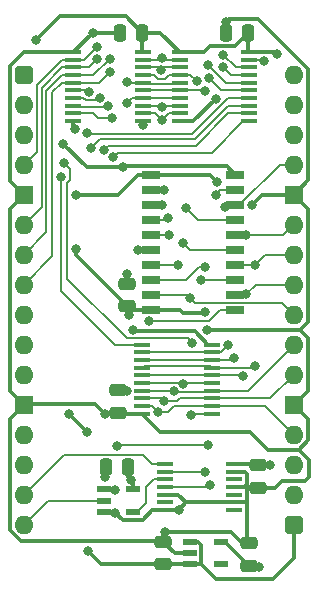
<source format=gtl>
%TF.GenerationSoftware,KiCad,Pcbnew,8.0.4*%
%TF.CreationDate,2024-09-05T19:23:29+02:00*%
%TF.ProjectId,Graphics Transparency,47726170-6869-4637-9320-5472616e7370,V1*%
%TF.SameCoordinates,PX525bfc0PY43d3480*%
%TF.FileFunction,Copper,L1,Top*%
%TF.FilePolarity,Positive*%
%FSLAX46Y46*%
G04 Gerber Fmt 4.6, Leading zero omitted, Abs format (unit mm)*
G04 Created by KiCad (PCBNEW 8.0.4) date 2024-09-05 19:23:29*
%MOMM*%
%LPD*%
G01*
G04 APERTURE LIST*
G04 Aperture macros list*
%AMRoundRect*
0 Rectangle with rounded corners*
0 $1 Rounding radius*
0 $2 $3 $4 $5 $6 $7 $8 $9 X,Y pos of 4 corners*
0 Add a 4 corners polygon primitive as box body*
4,1,4,$2,$3,$4,$5,$6,$7,$8,$9,$2,$3,0*
0 Add four circle primitives for the rounded corners*
1,1,$1+$1,$2,$3*
1,1,$1+$1,$4,$5*
1,1,$1+$1,$6,$7*
1,1,$1+$1,$8,$9*
0 Add four rect primitives between the rounded corners*
20,1,$1+$1,$2,$3,$4,$5,0*
20,1,$1+$1,$4,$5,$6,$7,0*
20,1,$1+$1,$6,$7,$8,$9,0*
20,1,$1+$1,$8,$9,$2,$3,0*%
G04 Aperture macros list end*
%TA.AperFunction,SMDPad,CuDef*%
%ADD10R,1.150000X0.600000*%
%TD*%
%TA.AperFunction,SMDPad,CuDef*%
%ADD11R,1.250000X0.600000*%
%TD*%
%TA.AperFunction,SMDPad,CuDef*%
%ADD12R,1.550000X0.650000*%
%TD*%
%TA.AperFunction,SMDPad,CuDef*%
%ADD13R,1.475000X0.450000*%
%TD*%
%TA.AperFunction,SMDPad,CuDef*%
%ADD14RoundRect,0.250000X0.475000X-0.250000X0.475000X0.250000X-0.475000X0.250000X-0.475000X-0.250000X0*%
%TD*%
%TA.AperFunction,SMDPad,CuDef*%
%ADD15RoundRect,0.250000X-0.250000X-0.475000X0.250000X-0.475000X0.250000X0.475000X-0.250000X0.475000X0*%
%TD*%
%TA.AperFunction,ComponentPad*%
%ADD16O,1.600000X1.600000*%
%TD*%
%TA.AperFunction,ComponentPad*%
%ADD17R,1.600000X1.600000*%
%TD*%
%TA.AperFunction,ComponentPad*%
%ADD18RoundRect,0.400000X-0.400000X-0.400000X0.400000X-0.400000X0.400000X0.400000X-0.400000X0.400000X0*%
%TD*%
%TA.AperFunction,ViaPad*%
%ADD19C,0.800000*%
%TD*%
%TA.AperFunction,Conductor*%
%ADD20C,0.200000*%
%TD*%
%TA.AperFunction,Conductor*%
%ADD21C,0.380000*%
%TD*%
G04 APERTURE END LIST*
D10*
%TO.P,IC36,5,3.3VOut*%
%TO.N,/3.3V*%
X16667000Y-39563000D03*
%TO.P,IC36,4,ADJ*%
%TO.N,unconnected-(IC36-ADJ-Pad4)*%
X16667000Y-41463000D03*
%TO.P,IC36,3,EN*%
%TO.N,5V*%
X14067000Y-41463000D03*
%TO.P,IC36,2,GND*%
%TO.N,GND*%
X14067000Y-40513000D03*
%TO.P,IC36,1,6VIn*%
%TO.N,5V*%
X14067000Y-39563000D03*
%TD*%
D11*
%TO.P,IC6,5,3V*%
%TO.N,/3.3V*%
X9251000Y-35118000D03*
%TO.P,IC6,4,Y*%
%TO.N,/~{Transparent}*%
X9251000Y-37018000D03*
%TO.P,IC6,3,GND*%
%TO.N,GND*%
X6751000Y-37018000D03*
%TO.P,IC6,2,A*%
%TO.N,Transparency Enable*%
X6751000Y-36068000D03*
%TO.P,IC6,1,B*%
%TO.N,Net-(IC5-~{P=Q})*%
X6751000Y-35118000D03*
%TD*%
D12*
%TO.P,IC5,1,~{OE}*%
%TO.N,GND*%
X10789000Y-8509000D03*
%TO.P,IC5,2,P0*%
%TO.N,/T0*%
X10789000Y-9779000D03*
%TO.P,IC5,3,Q0*%
%TO.N,MD0*%
X10789000Y-11049000D03*
%TO.P,IC5,4,P1*%
%TO.N,/T1*%
X10789000Y-12319000D03*
%TO.P,IC5,5,Q1*%
%TO.N,MD1*%
X10789000Y-13589000D03*
%TO.P,IC5,6,P2*%
%TO.N,/T2*%
X10789000Y-14859000D03*
%TO.P,IC5,7,Q2*%
%TO.N,MD2*%
X10789000Y-16129000D03*
%TO.P,IC5,8,P3*%
%TO.N,/T3*%
X10789000Y-17399000D03*
%TO.P,IC5,9,Q3*%
%TO.N,MD3*%
X10789000Y-18669000D03*
%TO.P,IC5,10,GND*%
%TO.N,GND*%
X10789000Y-19939000D03*
%TO.P,IC5,11,P4*%
%TO.N,/T4*%
X17913000Y-19939000D03*
%TO.P,IC5,12,Q4*%
%TO.N,MD4*%
X17913000Y-18669000D03*
%TO.P,IC5,13,P5*%
%TO.N,/T5*%
X17913000Y-17399000D03*
%TO.P,IC5,14,Q5*%
%TO.N,MD5*%
X17913000Y-16129000D03*
%TO.P,IC5,15,P6*%
%TO.N,/T6*%
X17913000Y-14859000D03*
%TO.P,IC5,16,Q6*%
%TO.N,MD6*%
X17913000Y-13589000D03*
%TO.P,IC5,17,P7*%
%TO.N,/T7*%
X17913000Y-12319000D03*
%TO.P,IC5,18,Q7*%
%TO.N,MD7*%
X17913000Y-11049000D03*
%TO.P,IC5,19,~{P=Q}*%
%TO.N,Net-(IC5-~{P=Q})*%
X17913000Y-9779000D03*
%TO.P,IC5,20,5V*%
%TO.N,5V*%
X17913000Y-8509000D03*
%TD*%
D13*
%TO.P,IC4,20,3V*%
%TO.N,/3.3V*%
X15909000Y-22856000D03*
%TO.P,IC4,19,Q0*%
%TO.N,MD7*%
X15909000Y-23506000D03*
%TO.P,IC4,18,Q1*%
%TO.N,MD6*%
X15909000Y-24156000D03*
%TO.P,IC4,17,Q2*%
%TO.N,MD5*%
X15909000Y-24806000D03*
%TO.P,IC4,16,Q3*%
%TO.N,MD4*%
X15909000Y-25456000D03*
%TO.P,IC4,15,Q4*%
%TO.N,MD3*%
X15909000Y-26106000D03*
%TO.P,IC4,14,Q5*%
%TO.N,MD2*%
X15909000Y-26756000D03*
%TO.P,IC4,13,Q6*%
%TO.N,MD1*%
X15909000Y-27406000D03*
%TO.P,IC4,12,Q7*%
%TO.N,MD0*%
X15909000Y-28056000D03*
%TO.P,IC4,11,LE*%
%TO.N,~{Main Read}*%
X15909000Y-28706000D03*
%TO.P,IC4,10,GND*%
%TO.N,GND*%
X10033000Y-28706000D03*
%TO.P,IC4,9,D7*%
%TO.N,MD0*%
X10033000Y-28056000D03*
%TO.P,IC4,8,D6*%
%TO.N,MD1*%
X10033000Y-27406000D03*
%TO.P,IC4,7,D5*%
%TO.N,MD2*%
X10033000Y-26756000D03*
%TO.P,IC4,6,D4*%
%TO.N,MD3*%
X10033000Y-26106000D03*
%TO.P,IC4,5,D3*%
%TO.N,MD4*%
X10033000Y-25456000D03*
%TO.P,IC4,4,D2*%
%TO.N,MD5*%
X10033000Y-24806000D03*
%TO.P,IC4,3,D1*%
%TO.N,MD6*%
X10033000Y-24156000D03*
%TO.P,IC4,2,D0*%
%TO.N,MD7*%
X10033000Y-23506000D03*
%TO.P,IC4,1,~{OE}*%
%TO.N,~{Write}*%
X10033000Y-22856000D03*
%TD*%
%TO.P,IC3,1,DIR*%
%TO.N,/3.3V*%
X13191000Y1909000D03*
%TO.P,IC3,2,A0*%
%TO.N,/T7*%
X13191000Y1259000D03*
%TO.P,IC3,3,A1*%
%TO.N,/T6*%
X13191000Y609000D03*
%TO.P,IC3,4,A2*%
%TO.N,/T5*%
X13191000Y-41000D03*
%TO.P,IC3,5,A3*%
%TO.N,/T4*%
X13191000Y-691000D03*
%TO.P,IC3,6,A4*%
%TO.N,/T3*%
X13191000Y-1341000D03*
%TO.P,IC3,7,A5*%
%TO.N,/T2*%
X13191000Y-1991000D03*
%TO.P,IC3,8,A6*%
%TO.N,/T1*%
X13191000Y-2641000D03*
%TO.P,IC3,9,A7*%
%TO.N,/T0*%
X13191000Y-3291000D03*
%TO.P,IC3,10,GND*%
%TO.N,GND*%
X13191000Y-3941000D03*
%TO.P,IC3,11,B7*%
%TO.N,D0*%
X19067000Y-3941000D03*
%TO.P,IC3,12,B6*%
%TO.N,D1*%
X19067000Y-3291000D03*
%TO.P,IC3,13,B5*%
%TO.N,D2*%
X19067000Y-2641000D03*
%TO.P,IC3,14,B4*%
%TO.N,D3*%
X19067000Y-1991000D03*
%TO.P,IC3,15,B3*%
%TO.N,D4*%
X19067000Y-1341000D03*
%TO.P,IC3,16,B2*%
%TO.N,D5*%
X19067000Y-691000D03*
%TO.P,IC3,17,B1*%
%TO.N,D6*%
X19067000Y-41000D03*
%TO.P,IC3,18,B0*%
%TO.N,D7*%
X19067000Y609000D03*
%TO.P,IC3,19,~{OE}*%
%TO.N,/~{Read Transparent Colour}*%
X19067000Y1259000D03*
%TO.P,IC3,20,3V*%
%TO.N,/3.3V*%
X19067000Y1909000D03*
%TD*%
%TO.P,IC2,1,1A*%
%TO.N,Read Transparent Colour*%
X11921000Y-32975000D03*
%TO.P,IC2,2,1Y*%
%TO.N,/~{Read Transparent Colour}*%
X11921000Y-33625000D03*
%TO.P,IC2,3,2A*%
%TO.N,/~{Transparent}*%
X11921000Y-34275000D03*
%TO.P,IC2,4,2Y*%
%TO.N,Transparent*%
X11921000Y-34925000D03*
%TO.P,IC2,5,3A*%
%TO.N,GND*%
X11921000Y-35575000D03*
%TO.P,IC2,6,3Y*%
%TO.N,unconnected-(IC2-3Y-Pad6)*%
X11921000Y-36225000D03*
%TO.P,IC2,7,GND*%
%TO.N,GND*%
X11921000Y-36875000D03*
%TO.P,IC2,8,4Y*%
%TO.N,unconnected-(IC2-4Y-Pad8)*%
X17797000Y-36875000D03*
%TO.P,IC2,9,4A*%
%TO.N,GND*%
X17797000Y-36225000D03*
%TO.P,IC2,10,5Y*%
%TO.N,unconnected-(IC2-5Y-Pad10)*%
X17797000Y-35575000D03*
%TO.P,IC2,11,5A*%
%TO.N,GND*%
X17797000Y-34925000D03*
%TO.P,IC2,12,6Y*%
%TO.N,unconnected-(IC2-6Y-Pad12)*%
X17797000Y-34275000D03*
%TO.P,IC2,13,6A*%
%TO.N,GND*%
X17797000Y-33625000D03*
%TO.P,IC2,14,3V*%
%TO.N,/3.3V*%
X17797000Y-32975000D03*
%TD*%
%TO.P,IC1,20,3V*%
%TO.N,/3.3V*%
X10050000Y1909000D03*
%TO.P,IC1,19,Q0*%
%TO.N,/T7*%
X10050000Y1259000D03*
%TO.P,IC1,18,Q1*%
%TO.N,/T6*%
X10050000Y609000D03*
%TO.P,IC1,17,Q2*%
%TO.N,/T5*%
X10050000Y-41000D03*
%TO.P,IC1,16,Q3*%
%TO.N,/T4*%
X10050000Y-691000D03*
%TO.P,IC1,15,Q4*%
%TO.N,/T3*%
X10050000Y-1341000D03*
%TO.P,IC1,14,Q5*%
%TO.N,/T2*%
X10050000Y-1991000D03*
%TO.P,IC1,13,Q6*%
%TO.N,/T1*%
X10050000Y-2641000D03*
%TO.P,IC1,12,Q7*%
%TO.N,/T0*%
X10050000Y-3291000D03*
%TO.P,IC1,11,LE*%
%TO.N,Write Transparent Colour*%
X10050000Y-3941000D03*
%TO.P,IC1,10,GND*%
%TO.N,GND*%
X4174000Y-3941000D03*
%TO.P,IC1,9,D7*%
%TO.N,D0*%
X4174000Y-3291000D03*
%TO.P,IC1,8,D6*%
%TO.N,D1*%
X4174000Y-2641000D03*
%TO.P,IC1,7,D5*%
%TO.N,D2*%
X4174000Y-1991000D03*
%TO.P,IC1,6,D4*%
%TO.N,D3*%
X4174000Y-1341000D03*
%TO.P,IC1,5,D3*%
%TO.N,D4*%
X4174000Y-691000D03*
%TO.P,IC1,4,D2*%
%TO.N,D5*%
X4174000Y-41000D03*
%TO.P,IC1,3,D1*%
%TO.N,D6*%
X4174000Y609000D03*
%TO.P,IC1,2,D0*%
%TO.N,D7*%
X4174000Y1259000D03*
%TO.P,IC1,1,~{OE}*%
%TO.N,GND*%
X4174000Y1909000D03*
%TD*%
D14*
%TO.P,C42,2*%
%TO.N,GND*%
X19050000Y-39674000D03*
%TO.P,C42,1*%
%TO.N,/3.3V*%
X19050000Y-41574000D03*
%TD*%
%TO.P,C41,2*%
%TO.N,GND*%
X11811000Y-39547000D03*
%TO.P,C41,1*%
%TO.N,5V*%
X11811000Y-41447000D03*
%TD*%
D15*
%TO.P,C11,1*%
%TO.N,GND*%
X6940000Y-33213000D03*
%TO.P,C11,2*%
%TO.N,/3.3V*%
X8840000Y-33213000D03*
%TD*%
D14*
%TO.P,C10,1*%
%TO.N,GND*%
X19812000Y-34970000D03*
%TO.P,C10,2*%
%TO.N,/3.3V*%
X19812000Y-33070000D03*
%TD*%
%TO.P,C9,1*%
%TO.N,GND*%
X8001000Y-28620000D03*
%TO.P,C9,2*%
%TO.N,/3.3V*%
X8001000Y-26720000D03*
%TD*%
D15*
%TO.P,C8,1*%
%TO.N,GND*%
X17100000Y3556000D03*
%TO.P,C8,2*%
%TO.N,/3.3V*%
X19000000Y3556000D03*
%TD*%
D14*
%TO.P,C6,1*%
%TO.N,GND*%
X8763000Y-19603000D03*
%TO.P,C6,2*%
%TO.N,5V*%
X8763000Y-17703000D03*
%TD*%
D15*
%TO.P,C1,1*%
%TO.N,GND*%
X8100000Y3556000D03*
%TO.P,C1,2*%
%TO.N,/3.3V*%
X10000000Y3556000D03*
%TD*%
D16*
%TO.P,J7,32,Pin_32*%
%TO.N,unconnected-(J7-Pin_32-Pad32)*%
X22860000Y0D03*
%TO.P,J7,31,Pin_31*%
%TO.N,Transparent*%
X22860000Y-2540000D03*
%TO.P,J7,30,Pin_30*%
%TO.N,unconnected-(J7-Pin_30-Pad30)*%
X22860000Y-5080000D03*
%TO.P,J7,29,Pin_29*%
%TO.N,MD7*%
X22860000Y-7620000D03*
D17*
%TO.P,J7,28,Pin_28*%
%TO.N,GND*%
X22860000Y-10160000D03*
D16*
%TO.P,J7,27,Pin_27*%
%TO.N,MD6*%
X22860000Y-12700000D03*
%TO.P,J7,26,Pin_26*%
%TO.N,MD5*%
X22860000Y-15240000D03*
%TO.P,J7,25,Pin_25*%
%TO.N,MD4*%
X22860000Y-17780000D03*
%TO.P,J7,24,Pin_24*%
%TO.N,MD3*%
X22860000Y-20320000D03*
%TO.P,J7,23,Pin_23*%
%TO.N,MD2*%
X22860000Y-22860000D03*
%TO.P,J7,22,Pin_22*%
%TO.N,MD1*%
X22860000Y-25400000D03*
D17*
%TO.P,J7,21,Pin_21*%
%TO.N,GND*%
X22860000Y-27940000D03*
D16*
%TO.P,J7,20,Pin_20*%
%TO.N,MD0*%
X22860000Y-30480000D03*
%TO.P,J7,19,Pin_19*%
%TO.N,unconnected-(J7-Pin_19-Pad19)*%
X22860000Y-33020000D03*
%TO.P,J7,18,Pin_18*%
%TO.N,unconnected-(J7-Pin_18-Pad18)*%
X22860000Y-35560000D03*
D18*
%TO.P,J7,17,Pin_17*%
%TO.N,5V*%
X22860000Y-38100000D03*
D16*
%TO.P,J7,16,Pin_16*%
%TO.N,Transparency Enable*%
X0Y-38100000D03*
%TO.P,J7,15,Pin_15*%
%TO.N,Read Transparent Colour*%
X0Y-35560000D03*
%TO.P,J7,14,Pin_14*%
%TO.N,Write Transparent Colour*%
X0Y-33020000D03*
%TO.P,J7,13,Pin_13*%
%TO.N,D0*%
X0Y-30480000D03*
D17*
%TO.P,J7,12,Pin_12*%
%TO.N,GND*%
X0Y-27940000D03*
D16*
%TO.P,J7,11,Pin_11*%
%TO.N,D1*%
X0Y-25400000D03*
%TO.P,J7,10,Pin_10*%
%TO.N,D2*%
X0Y-22860000D03*
%TO.P,J7,9,Pin_9*%
%TO.N,D3*%
X0Y-20320000D03*
%TO.P,J7,8,Pin_8*%
%TO.N,D4*%
X0Y-17780000D03*
%TO.P,J7,7,Pin_7*%
%TO.N,D5*%
X0Y-15240000D03*
%TO.P,J7,6,Pin_6*%
%TO.N,D6*%
X0Y-12700000D03*
D17*
%TO.P,J7,5,Pin_5*%
%TO.N,GND*%
X0Y-10160000D03*
D16*
%TO.P,J7,4,Pin_4*%
%TO.N,D7*%
X0Y-7620000D03*
%TO.P,J7,3,Pin_3*%
%TO.N,~{Write}*%
X0Y-5080000D03*
%TO.P,J7,2,Pin_2*%
%TO.N,~{Main Read}*%
X0Y-2540000D03*
D18*
%TO.P,J7,1,Pin_1*%
%TO.N,5V*%
X0Y0D03*
%TD*%
D19*
%TO.N,/3.3V*%
X986554Y2921000D03*
X21463000Y1778000D03*
%TO.N,GND*%
X15494000Y-21590000D03*
X15367000Y-20066000D03*
%TO.N,MD6*%
X18796000Y-13589000D03*
X17780000Y-24003000D03*
%TO.N,MD5*%
X19557994Y-16129000D03*
X19558000Y-24638000D03*
%TO.N,MD4*%
X18808000Y-18604000D03*
X18542000Y-25527000D03*
%TO.N,/3.3V*%
X9271000Y-21590000D03*
%TO.N,MD3*%
X13474000Y-26162000D03*
X14097000Y-18923000D03*
%TO.N,MD2*%
X13081000Y-16129000D03*
X12676854Y-26820146D03*
%TO.N,MD1*%
X11891893Y-27655577D03*
X12319000Y-13589000D03*
%TO.N,MD0*%
X11684000Y-11049000D03*
X11395633Y-28580905D03*
%TO.N,/T2*%
X9652000Y-14859000D03*
%TO.N,/3.3V*%
X8695498Y-26797000D03*
%TO.N,5V*%
X5389099Y-40337000D03*
X5334000Y-30226000D03*
X3810000Y-28702000D03*
%TO.N,/3.3V*%
X9080500Y-34353500D03*
%TO.N,GND*%
X17145006Y4445000D03*
X16256000Y-2032000D03*
%TO.N,~{Write}*%
X3175000Y-8636000D03*
%TO.N,~{Main Read}*%
X14270170Y-22697110D03*
X14172024Y-28806000D03*
%TO.N,GND*%
X8890000Y-20320000D03*
%TO.N,~{Main Read}*%
X3429000Y-7493000D03*
%TO.N,5V*%
X3301999Y-5842001D03*
%TO.N,Write Transparent Colour*%
X10050000Y-4300996D03*
%TO.N,GND*%
X11938000Y-38735000D03*
X13114273Y-36840222D03*
%TO.N,/3.3V*%
X20828000Y-33020000D03*
X19939000Y-41656000D03*
%TO.N,/~{Read Transparent Colour}*%
X15367000Y-33655000D03*
X20320000Y1143000D03*
%TO.N,Transparent*%
X15748002Y-34735000D03*
%TO.N,GND*%
X4433000Y-10160000D03*
X6858016Y-28701984D03*
X7747000Y-37084000D03*
X6858000Y-34036000D03*
%TO.N,Net-(IC5-~{P=Q})*%
X7855498Y-31438000D03*
X15621000Y-31369000D03*
X7747000Y-35179000D03*
X16256000Y-10160000D03*
%TO.N,GND*%
X19316000Y-11007831D03*
X16386237Y-9118106D03*
%TO.N,5V*%
X8763000Y-16891000D03*
X8382000Y-7856588D03*
%TO.N,GND*%
X4433000Y-14732000D03*
%TO.N,/T2*%
X8712513Y-2411750D03*
%TO.N,/T4*%
X10555835Y-20864002D03*
X8763000Y-635000D03*
%TO.N,/T3*%
X15367000Y-16256000D03*
X15367000Y-1397000D03*
%TO.N,/T5*%
X14986000Y-17399000D03*
X14636347Y-585528D03*
%TO.N,D3*%
X5334000Y-4953000D03*
%TO.N,D2*%
X5703000Y-6236527D03*
%TO.N,D1*%
X6742116Y-6387334D03*
%TO.N,D0*%
X7582679Y-7016588D03*
%TO.N,GND*%
X5820998Y3555998D03*
X4318002Y-4572002D03*
%TO.N,D0*%
X7493000Y-3683000D03*
%TO.N,D3*%
X5539276Y-1441000D03*
%TO.N,D1*%
X7160960Y-2686880D03*
%TO.N,D2*%
X6419122Y-2014042D03*
%TO.N,/T7*%
X13716000Y-11303000D03*
%TO.N,/T6*%
X13462000Y-14224000D03*
%TO.N,/T1*%
X12216000Y-12129178D03*
%TO.N,D4*%
X7279631Y213369D03*
X15640348Y-278141D03*
%TO.N,D5*%
X7283661Y1352339D03*
X15577701Y845167D03*
%TO.N,D6*%
X6167265Y1296604D03*
X16891000Y600997D03*
%TO.N,D7*%
X6180750Y2328250D03*
X16891000Y1651000D03*
%TO.N,/T1*%
X11655271Y-2738538D03*
%TO.N,/T6*%
X11617058Y362377D03*
%TO.N,/T7*%
X11701234Y1409000D03*
%TO.N,/T0*%
X11823000Y-9779000D03*
X11683994Y-3860497D03*
%TO.N,MD7*%
X17320960Y-22879880D03*
X17018000Y-11176000D03*
%TD*%
D20*
%TO.N,MD3*%
X13843000Y-18669000D02*
X14097000Y-18923000D01*
X14478000Y-19304000D02*
X14097000Y-18923000D01*
X10789000Y-18669000D02*
X13843000Y-18669000D01*
X21844000Y-19304000D02*
X14478000Y-19304000D01*
X22860000Y-20320000D02*
X21844000Y-19304000D01*
D21*
%TO.N,/3.3V*%
X3018554Y4953000D02*
X986554Y2921000D01*
X8603000Y4953000D02*
X3018554Y4953000D01*
X10000000Y3556000D02*
X8603000Y4953000D01*
%TO.N,GND*%
X8001000Y-10160000D02*
X4433000Y-10160000D01*
X9652000Y-8509000D02*
X8001000Y-10160000D01*
X10339000Y-8509000D02*
X9652000Y-8509000D01*
%TO.N,5V*%
X8461855Y-7776733D02*
X8382000Y-7856588D01*
X17180733Y-7776733D02*
X8461855Y-7776733D01*
X17913000Y-8509000D02*
X17180733Y-7776733D01*
X5316588Y-7856590D02*
X8381998Y-7856590D01*
X8381998Y-7856590D02*
X8382000Y-7856588D01*
X3301999Y-5842001D02*
X5316588Y-7856590D01*
D20*
%TO.N,/T4*%
X13094377Y-787623D02*
X10146623Y-787623D01*
%TO.N,/T5*%
X12253500Y-41000D02*
X13191000Y-41000D01*
X11906877Y-387623D02*
X12253500Y-41000D01*
X11334123Y-387623D02*
X11906877Y-387623D01*
X10050000Y-41000D02*
X10987500Y-41000D01*
%TO.N,/T6*%
X10050000Y609000D02*
X11370435Y609000D01*
X11863681Y609000D02*
X11617058Y362377D01*
X13191000Y609000D02*
X11863681Y609000D01*
X11370435Y609000D02*
X11617058Y362377D01*
%TO.N,/T5*%
X10987500Y-41000D02*
X11334123Y-387623D01*
%TO.N,/T7*%
X11551234Y1259000D02*
X11701234Y1409000D01*
X11851234Y1259000D02*
X11701234Y1409000D01*
X10050000Y1259000D02*
X11551234Y1259000D01*
X13191000Y1259000D02*
X11851234Y1259000D01*
%TO.N,/~{Read Transparent Colour}*%
X11921000Y-33625000D02*
X15337000Y-33625000D01*
X15337000Y-33625000D02*
X15367000Y-33655000D01*
D21*
%TO.N,GND*%
X13079495Y-35575000D02*
X13729495Y-36225000D01*
X11921000Y-35575000D02*
X13079495Y-35575000D01*
X13729495Y-36225000D02*
X17797000Y-36225000D01*
X13729495Y-36225000D02*
X13114273Y-36840222D01*
X-285915Y-39497000D02*
X11761000Y-39497000D01*
X-1190000Y-29130000D02*
X-1190000Y-38592915D01*
X0Y-27940000D02*
X-1190000Y-29130000D01*
%TO.N,5V*%
X6499099Y-41447000D02*
X5389099Y-40337000D01*
%TO.N,GND*%
X-1190000Y-38592915D02*
X-285915Y-39497000D01*
%TO.N,5V*%
X11811000Y-41447000D02*
X6499099Y-41447000D01*
%TO.N,/3.3V*%
X21308000Y1933000D02*
X21463000Y1778000D01*
X19705000Y1933000D02*
X21308000Y1933000D01*
X19681000Y1909000D02*
X19705000Y1933000D01*
X19067000Y1909000D02*
X19681000Y1909000D01*
D20*
%TO.N,/T4*%
X16637000Y-19939000D02*
X17913000Y-19939000D01*
X15711998Y-20864002D02*
X16637000Y-19939000D01*
X10555835Y-20864002D02*
X15711998Y-20864002D01*
D21*
%TO.N,GND*%
X24050000Y-22272000D02*
X23368000Y-21590000D01*
X24050000Y-26750000D02*
X24050000Y-22272000D01*
X23368000Y-21590000D02*
X24050000Y-20908000D01*
X15494000Y-21590000D02*
X23368000Y-21590000D01*
X24050000Y-20908000D02*
X24050000Y-11350000D01*
X15240000Y-20193000D02*
X15367000Y-20066000D01*
X13462000Y-20193000D02*
X15240000Y-20193000D01*
X13208000Y-19939000D02*
X13462000Y-20193000D01*
X10789000Y-19939000D02*
X13208000Y-19939000D01*
D20*
%TO.N,D7*%
X5111500Y1259000D02*
X6180750Y2328250D01*
X4174000Y1259000D02*
X5111500Y1259000D01*
%TO.N,D4*%
X6375262Y-691000D02*
X7279631Y213369D01*
X4174000Y-691000D02*
X6375262Y-691000D01*
%TO.N,D5*%
X5890322Y-41000D02*
X7283661Y1352339D01*
X4174000Y-41000D02*
X5890322Y-41000D01*
%TO.N,D4*%
X2413000Y-15367000D02*
X0Y-17780000D01*
X2413000Y-1514500D02*
X2413000Y-15367000D01*
X3236500Y-691000D02*
X2413000Y-1514500D01*
X4174000Y-691000D02*
X3236500Y-691000D01*
%TO.N,~{Write}*%
X7743000Y-22856000D02*
X10033000Y-22856000D01*
X3175000Y-18288000D02*
X7743000Y-22856000D01*
X3175000Y-8636000D02*
X3175000Y-18288000D01*
%TO.N,~{Main Read}*%
X13904060Y-22331000D02*
X14270170Y-22697110D01*
X3683000Y-9188661D02*
X3683000Y-17272000D01*
X3925000Y-8946661D02*
X3683000Y-9188661D01*
X3683000Y-17272000D02*
X8742000Y-22331000D01*
X3925000Y-7989000D02*
X3925000Y-8946661D01*
X3429000Y-7493000D02*
X3925000Y-7989000D01*
D21*
%TO.N,GND*%
X4433000Y-15273000D02*
X4433000Y-14732000D01*
X8763000Y-19603000D02*
X4433000Y-15273000D01*
D20*
%TO.N,~{Main Read}*%
X8742000Y-22331000D02*
X13904060Y-22331000D01*
%TO.N,D3*%
X5435000Y-5054000D02*
X5334000Y-4953000D01*
X14250000Y-5054000D02*
X5435000Y-5054000D01*
X17313000Y-1991000D02*
X14250000Y-5054000D01*
X19067000Y-1991000D02*
X17313000Y-1991000D01*
%TO.N,D1*%
X7083798Y-2764042D02*
X7160960Y-2686880D01*
X4297042Y-2764042D02*
X7083798Y-2764042D01*
%TO.N,D2*%
X6242164Y-2191000D02*
X6419122Y-2014042D01*
X5228615Y-2191000D02*
X6242164Y-2191000D01*
X5028615Y-1991000D02*
X5228615Y-2191000D01*
%TO.N,D3*%
X5439276Y-1341000D02*
X5539276Y-1441000D01*
X4174000Y-1341000D02*
X5439276Y-1341000D01*
%TO.N,D2*%
X4174000Y-1991000D02*
X5028615Y-1991000D01*
%TO.N,D0*%
X4174000Y-3291000D02*
X5864352Y-3291000D01*
X5864352Y-3291000D02*
X6256352Y-3683000D01*
X6256352Y-3683000D02*
X7493000Y-3683000D01*
%TO.N,/T2*%
X9133263Y-1991000D02*
X10050000Y-1991000D01*
X8712513Y-2411750D02*
X9133263Y-1991000D01*
%TO.N,D0*%
X15891500Y-6604000D02*
X7995267Y-6604000D01*
X7995267Y-6604000D02*
X7582679Y-7016588D01*
X18554500Y-3941000D02*
X15891500Y-6604000D01*
%TO.N,D1*%
X7122450Y-6007000D02*
X6742116Y-6387334D01*
X17283000Y-3291000D02*
X14567000Y-6007000D01*
X14567000Y-6007000D02*
X7122450Y-6007000D01*
X19067000Y-3291000D02*
X17283000Y-3291000D01*
%TO.N,D2*%
X6485527Y-5454000D02*
X5703000Y-6236527D01*
X14485000Y-5454000D02*
X6485527Y-5454000D01*
X17298000Y-2641000D02*
X14485000Y-5454000D01*
X19067000Y-2641000D02*
X17298000Y-2641000D01*
%TO.N,/T2*%
X10789000Y-14859000D02*
X9652000Y-14859000D01*
%TO.N,MD0*%
X12186095Y-28580905D02*
X11395633Y-28580905D01*
X15909000Y-28056000D02*
X12711000Y-28056000D01*
%TO.N,MD1*%
X11892316Y-27656000D02*
X11891893Y-27655577D01*
X13176314Y-27406000D02*
X12926314Y-27656000D01*
X12926314Y-27656000D02*
X11892316Y-27656000D01*
%TO.N,MD0*%
X12711000Y-28056000D02*
X12186095Y-28580905D01*
%TO.N,MD1*%
X15909000Y-27406000D02*
X13176314Y-27406000D01*
%TO.N,MD2*%
X12612708Y-26756000D02*
X12676854Y-26820146D01*
X12733473Y-26876765D02*
X12676854Y-26820146D01*
%TO.N,MD0*%
X10870728Y-28056000D02*
X11395633Y-28580905D01*
X10033000Y-28056000D02*
X10870728Y-28056000D01*
%TO.N,MD1*%
X10033000Y-27406000D02*
X11642316Y-27406000D01*
%TO.N,MD2*%
X10033000Y-26756000D02*
X12612708Y-26756000D01*
X15788235Y-26876765D02*
X12733473Y-26876765D01*
%TO.N,MD1*%
X11642316Y-27406000D02*
X11891893Y-27655577D01*
%TO.N,MD3*%
X10033000Y-26106000D02*
X13418000Y-26106000D01*
X13530000Y-26106000D02*
X13474000Y-26162000D01*
X15909000Y-26106000D02*
X13530000Y-26106000D01*
X13418000Y-26106000D02*
X13474000Y-26162000D01*
D21*
%TO.N,GND*%
X18924500Y-36235000D02*
X18914500Y-36225000D01*
X18924500Y-39548500D02*
X18924500Y-36235000D01*
X17501000Y-38735000D02*
X11938000Y-38735000D01*
X18440000Y-39674000D02*
X17501000Y-38735000D01*
X19050000Y-39674000D02*
X18440000Y-39674000D01*
X21244000Y-34970000D02*
X21844000Y-34370000D01*
X19812000Y-34970000D02*
X21244000Y-34970000D01*
X21844000Y-34370000D02*
X23796000Y-34370000D01*
X-1190000Y-8970000D02*
X0Y-10160000D01*
X-1190000Y727230D02*
X-1190000Y-8970000D01*
X-8230Y1909000D02*
X-1190000Y727230D01*
X4174000Y1909000D02*
X-8230Y1909000D01*
X17399006Y4699000D02*
X17145006Y4445000D01*
X24065495Y489322D02*
X19855817Y4699000D01*
X24065495Y-8954505D02*
X24065495Y489322D01*
X19855817Y4699000D02*
X17399006Y4699000D01*
X22860000Y-10160000D02*
X24065495Y-8954505D01*
X24050000Y-26750000D02*
X22860000Y-27940000D01*
X22860000Y-10160000D02*
X24050000Y-11350000D01*
D20*
%TO.N,MD4*%
X15909000Y-25456000D02*
X10033000Y-25456000D01*
%TO.N,MD5*%
X19390000Y-24806000D02*
X19558000Y-24638000D01*
X15909000Y-24806000D02*
X19390000Y-24806000D01*
%TO.N,MD6*%
X18796000Y-13589000D02*
X21971000Y-13589000D01*
X17913000Y-13589000D02*
X18796000Y-13589000D01*
X17627000Y-24156000D02*
X17780000Y-24003000D01*
X15909000Y-24156000D02*
X17627000Y-24156000D01*
%TO.N,MD7*%
X16694840Y-23506000D02*
X17320960Y-22879880D01*
X15909000Y-23506000D02*
X16694840Y-23506000D01*
%TO.N,MD4*%
X18743000Y-18669000D02*
X18808000Y-18604000D01*
X17913000Y-18669000D02*
X18743000Y-18669000D01*
X22860000Y-17780000D02*
X19632000Y-17780000D01*
X19632000Y-17780000D02*
X18808000Y-18604000D01*
%TO.N,MD5*%
X20446994Y-15240000D02*
X19557994Y-16129000D01*
X22860000Y-15240000D02*
X20446994Y-15240000D01*
X17913000Y-16129000D02*
X19557994Y-16129000D01*
%TO.N,MD4*%
X18471000Y-25456000D02*
X18542000Y-25527000D01*
X15909000Y-25456000D02*
X18471000Y-25456000D01*
%TO.N,MD2*%
X18964000Y-26756000D02*
X22860000Y-22860000D01*
X15909000Y-26756000D02*
X18964000Y-26756000D01*
%TO.N,Read Transparent Colour*%
X3372000Y-32188000D02*
X0Y-35560000D01*
X10090000Y-32188000D02*
X3372000Y-32188000D01*
X10877000Y-32975000D02*
X10090000Y-32188000D01*
X11921000Y-32975000D02*
X10877000Y-32975000D01*
%TO.N,Transparent*%
X15558002Y-34925000D02*
X15748002Y-34735000D01*
X11921000Y-34925000D02*
X15558002Y-34925000D01*
D21*
%TO.N,GND*%
X19177000Y-30226000D02*
X11553000Y-30226000D01*
X11553000Y-30226000D02*
X10033000Y-28706000D01*
X23272915Y-31750000D02*
X20701000Y-31750000D01*
X20701000Y-31750000D02*
X19177000Y-30226000D01*
X24130000Y-32607085D02*
X23272915Y-31750000D01*
X24130000Y-34036000D02*
X24130000Y-32607085D01*
X23796000Y-34370000D02*
X24130000Y-34036000D01*
X24050000Y-30972915D02*
X23272915Y-31750000D01*
X24050000Y-29130000D02*
X24050000Y-30972915D01*
X22860000Y-27940000D02*
X24050000Y-29130000D01*
D20*
%TO.N,MD0*%
X15909000Y-28056000D02*
X20436000Y-28056000D01*
X20436000Y-28056000D02*
X22860000Y-30480000D01*
%TO.N,MD1*%
X20854000Y-27406000D02*
X22860000Y-25400000D01*
X15909000Y-27406000D02*
X20854000Y-27406000D01*
%TO.N,Net-(IC5-~{P=Q})*%
X7924498Y-31369000D02*
X7855498Y-31438000D01*
X15621000Y-31369000D02*
X7924498Y-31369000D01*
D21*
%TO.N,/3.3V*%
X8618498Y-26720000D02*
X8695498Y-26797000D01*
X8001000Y-26720000D02*
X8618498Y-26720000D01*
X9398000Y-21717000D02*
X9271000Y-21590000D01*
X14478000Y-21717000D02*
X9398000Y-21717000D01*
X15617000Y-22856000D02*
X14478000Y-21717000D01*
D20*
%TO.N,MD5*%
X15811276Y-24708276D02*
X10130724Y-24708276D01*
%TO.N,MD2*%
X10789000Y-16129000D02*
X13081000Y-16129000D01*
%TO.N,MD1*%
X10789000Y-13589000D02*
X12319000Y-13589000D01*
%TO.N,MD0*%
X11684000Y-11049000D02*
X10789000Y-11049000D01*
%TO.N,MD7*%
X15909000Y-23506000D02*
X10033000Y-23506000D01*
%TO.N,MD6*%
X15909000Y-24156000D02*
X10033000Y-24156000D01*
%TO.N,~{Main Read}*%
X15909000Y-28706000D02*
X14272024Y-28706000D01*
X14272024Y-28706000D02*
X14172024Y-28806000D01*
D21*
%TO.N,5V*%
X3810000Y-28702000D02*
X5334000Y-30226000D01*
%TO.N,GND*%
X6018032Y-27862000D02*
X6858016Y-28701984D01*
X78000Y-27862000D02*
X6018032Y-27862000D01*
X11811000Y-39547000D02*
X11811000Y-38862000D01*
X11811000Y-38862000D02*
X11938000Y-38735000D01*
%TO.N,/3.3V*%
X9080500Y-34353500D02*
X9251000Y-34524000D01*
X8840000Y-34113000D02*
X9080500Y-34353500D01*
X17885000Y2441000D02*
X19000000Y3556000D01*
X15776000Y2441000D02*
X17885000Y2441000D01*
X15244000Y1909000D02*
X15776000Y2441000D01*
X13191000Y1909000D02*
X15244000Y1909000D01*
%TO.N,GND*%
X17100000Y3556000D02*
X17100000Y4399994D01*
X17100000Y4399994D02*
X17145006Y4445000D01*
D20*
%TO.N,/T5*%
X14091819Y-41000D02*
X14636347Y-585528D01*
X13191000Y-41000D02*
X14091819Y-41000D01*
%TO.N,D4*%
X16703207Y-1341000D02*
X15640348Y-278141D01*
%TO.N,D5*%
X19067000Y-691000D02*
X17113868Y-691000D01*
%TO.N,D6*%
X19067000Y-41000D02*
X17532997Y-41000D01*
X17532997Y-41000D02*
X16891000Y600997D01*
%TO.N,D7*%
X17933000Y609000D02*
X16891000Y1651000D01*
X19067000Y609000D02*
X17933000Y609000D01*
%TO.N,D4*%
X19067000Y-1341000D02*
X16703207Y-1341000D01*
%TO.N,D5*%
X17113868Y-691000D02*
X15577701Y845167D01*
D21*
%TO.N,GND*%
X5821000Y3556000D02*
X5820998Y3555998D01*
X8100000Y3556000D02*
X5821000Y3556000D01*
X4174000Y1909000D02*
X5820998Y3555998D01*
X14347000Y-3941000D02*
X16256000Y-2032000D01*
X13191000Y-3941000D02*
X14347000Y-3941000D01*
X8763000Y-20193000D02*
X8890000Y-20320000D01*
X8763000Y-19603000D02*
X8763000Y-20193000D01*
X6940000Y-28620000D02*
X6858016Y-28701984D01*
X8001000Y-28620000D02*
X6940000Y-28620000D01*
X8087000Y-28706000D02*
X10033000Y-28706000D01*
X4174000Y-4428000D02*
X4318002Y-4572002D01*
X4174000Y-3941000D02*
X4174000Y-4428000D01*
D20*
%TO.N,Write Transparent Colour*%
X10050000Y-3941000D02*
X10050000Y-4300996D01*
D21*
%TO.N,GND*%
X-1190000Y-11350000D02*
X-1190000Y-26750000D01*
X0Y-10160000D02*
X-1190000Y-11350000D01*
X-1190000Y-26750000D02*
X0Y-27940000D01*
X13079495Y-36875000D02*
X13114273Y-36840222D01*
X11921000Y-36875000D02*
X13079495Y-36875000D01*
D20*
%TO.N,/~{Transparent}*%
X9576000Y-37018000D02*
X10303500Y-36290500D01*
X10303500Y-34955000D02*
X10983500Y-34275000D01*
X10303500Y-36290500D02*
X10303500Y-34955000D01*
X10983500Y-34275000D02*
X11921000Y-34275000D01*
D21*
%TO.N,GND*%
X8371000Y-37708000D02*
X7747000Y-37084000D01*
X10044000Y-37708000D02*
X8371000Y-37708000D01*
X10877000Y-36875000D02*
X10044000Y-37708000D01*
X11921000Y-36875000D02*
X10877000Y-36875000D01*
X18914500Y-36225000D02*
X18924500Y-36215000D01*
X17797000Y-36225000D02*
X18914500Y-36225000D01*
X18923000Y-34925000D02*
X19767000Y-34925000D01*
X18924500Y-34926500D02*
X18923000Y-34925000D01*
X18669000Y-34925000D02*
X18923000Y-34925000D01*
X18924500Y-36215000D02*
X18924500Y-34926500D01*
%TO.N,5V*%
X21082000Y-42672000D02*
X16251000Y-42672000D01*
X16251000Y-42672000D02*
X15032000Y-41453000D01*
X22860000Y-40894000D02*
X21082000Y-42672000D01*
X22860000Y-38100000D02*
X22860000Y-40894000D01*
%TO.N,GND*%
X12777000Y-40513000D02*
X11811000Y-39547000D01*
X14067000Y-40513000D02*
X12777000Y-40513000D01*
%TO.N,5V*%
X14067000Y-41463000D02*
X11827000Y-41463000D01*
X15032000Y-39823000D02*
X15032000Y-41453000D01*
X14772000Y-39563000D02*
X15032000Y-39823000D01*
X15032000Y-41453000D02*
X15022000Y-41463000D01*
X15022000Y-41463000D02*
X14067000Y-41463000D01*
X14067000Y-39563000D02*
X14772000Y-39563000D01*
%TO.N,/3.3V*%
X20828000Y-33020000D02*
X19862000Y-33020000D01*
X19857000Y-41574000D02*
X19939000Y-41656000D01*
X19050000Y-41574000D02*
X19857000Y-41574000D01*
X17039000Y-39563000D02*
X19050000Y-41574000D01*
X19717000Y-32975000D02*
X17797000Y-32975000D01*
%TO.N,GND*%
X18924500Y-34669500D02*
X18669000Y-34925000D01*
X18924500Y-33819524D02*
X18924500Y-34669500D01*
X18729976Y-33625000D02*
X18924500Y-33819524D01*
X17797000Y-34925000D02*
X18669000Y-34925000D01*
X17797000Y-33625000D02*
X18729976Y-33625000D01*
D20*
%TO.N,/~{Read Transparent Colour}*%
X20204000Y1259000D02*
X20320000Y1143000D01*
X19067000Y1259000D02*
X20204000Y1259000D01*
%TO.N,MD7*%
X21643170Y-7620000D02*
X22860000Y-7620000D01*
X18214170Y-11049000D02*
X21643170Y-7620000D01*
D21*
%TO.N,GND*%
X20163831Y-10160000D02*
X19316000Y-11007831D01*
X22860000Y-10160000D02*
X20163831Y-10160000D01*
X7747000Y-37084000D02*
X6817000Y-37084000D01*
X6940000Y-33954000D02*
X6858000Y-34036000D01*
X6940000Y-33213000D02*
X6940000Y-33954000D01*
%TO.N,/3.3V*%
X9251000Y-34524000D02*
X9251000Y-35118000D01*
X8840000Y-33213000D02*
X8840000Y-34113000D01*
D20*
%TO.N,Transparency Enable*%
X6751000Y-36068000D02*
X2032000Y-36068000D01*
X2032000Y-36068000D02*
X0Y-38100000D01*
%TO.N,Net-(IC5-~{P=Q})*%
X7747000Y-35179000D02*
X6812000Y-35179000D01*
X16637000Y-9779000D02*
X16256000Y-10160000D01*
D21*
%TO.N,GND*%
X15777131Y-8509000D02*
X16386237Y-9118106D01*
X10789000Y-8509000D02*
X15777131Y-8509000D01*
D20*
%TO.N,Net-(IC5-~{P=Q})*%
X17913000Y-9779000D02*
X16637000Y-9779000D01*
D21*
%TO.N,5V*%
X8763000Y-16891000D02*
X8763000Y-17703000D01*
%TO.N,GND*%
X9099000Y-19939000D02*
X8763000Y-19603000D01*
X10789000Y-19939000D02*
X9099000Y-19939000D01*
D20*
%TO.N,/T4*%
X8819000Y-691000D02*
X8763000Y-635000D01*
X10050000Y-691000D02*
X8819000Y-691000D01*
%TO.N,/T3*%
X13716000Y-17399000D02*
X10789000Y-17399000D01*
X14859000Y-16256000D02*
X13716000Y-17399000D01*
X15367000Y-16256000D02*
X14859000Y-16256000D01*
X15311000Y-1341000D02*
X15367000Y-1397000D01*
X13191000Y-1341000D02*
X15311000Y-1341000D01*
%TO.N,/T5*%
X14986000Y-17399000D02*
X17913000Y-17399000D01*
%TO.N,/T7*%
X14732000Y-12319000D02*
X13716000Y-11303000D01*
%TO.N,MD6*%
X21971000Y-13589000D02*
X22860000Y-12700000D01*
%TO.N,/T6*%
X14097000Y-14859000D02*
X13462000Y-14224000D01*
%TO.N,/T7*%
X17913000Y-12319000D02*
X14732000Y-12319000D01*
%TO.N,/T6*%
X17913000Y-14859000D02*
X14097000Y-14859000D01*
%TO.N,/T0*%
X10789000Y-9779000D02*
X11823000Y-9779000D01*
%TO.N,D6*%
X5479661Y609000D02*
X6167265Y1296604D01*
X4174000Y609000D02*
X5479661Y609000D01*
%TO.N,D5*%
X1905000Y-13335000D02*
X0Y-15240000D01*
X3261500Y-41000D02*
X1905000Y-1397500D01*
X4174000Y-41000D02*
X3261500Y-41000D01*
%TO.N,D7*%
X1105000Y-6515000D02*
X1105000Y-872500D01*
X0Y-7620000D02*
X1105000Y-6515000D01*
X1105000Y-872500D02*
X3236500Y1259000D01*
%TO.N,D5*%
X1905000Y-1397500D02*
X1905000Y-13335000D01*
%TO.N,D6*%
X1505000Y-11195000D02*
X0Y-12700000D01*
%TO.N,D7*%
X3236500Y1259000D02*
X4174000Y1259000D01*
%TO.N,D6*%
X1505000Y-1122500D02*
X1505000Y-11195000D01*
X4174000Y609000D02*
X3236500Y609000D01*
X3236500Y609000D02*
X1505000Y-1122500D01*
%TO.N,/T1*%
X11557733Y-2641000D02*
X11655271Y-2738538D01*
X10050000Y-2641000D02*
X11557733Y-2641000D01*
X13191000Y-2641000D02*
X11752809Y-2641000D01*
X11752809Y-2641000D02*
X11655271Y-2738538D01*
%TO.N,/T0*%
X12253491Y-3291000D02*
X11683994Y-3860497D01*
X10050000Y-3291000D02*
X11114497Y-3291000D01*
X13191000Y-3291000D02*
X12253491Y-3291000D01*
X11114497Y-3291000D02*
X11683994Y-3860497D01*
D21*
%TO.N,/3.3V*%
X11544000Y3556000D02*
X13191000Y1909000D01*
X10000000Y3556000D02*
X11544000Y3556000D01*
X19000000Y1976000D02*
X19067000Y1909000D01*
X19000000Y3556000D02*
X19000000Y1976000D01*
D20*
%TO.N,/T2*%
X13191000Y-1991000D02*
X10050000Y-1991000D01*
%TO.N,/T3*%
X13191000Y-1341000D02*
X10050000Y-1341000D01*
D21*
%TO.N,/3.3V*%
X10000000Y1959000D02*
X10050000Y1909000D01*
X10000000Y3556000D02*
X10000000Y1959000D01*
D20*
%TO.N,MD7*%
X17018000Y-11176000D02*
X17786000Y-11176000D01*
%TO.N,/T1*%
X12026178Y-12319000D02*
X12216000Y-12129178D01*
X10789000Y-12319000D02*
X12026178Y-12319000D01*
%TD*%
M02*

</source>
